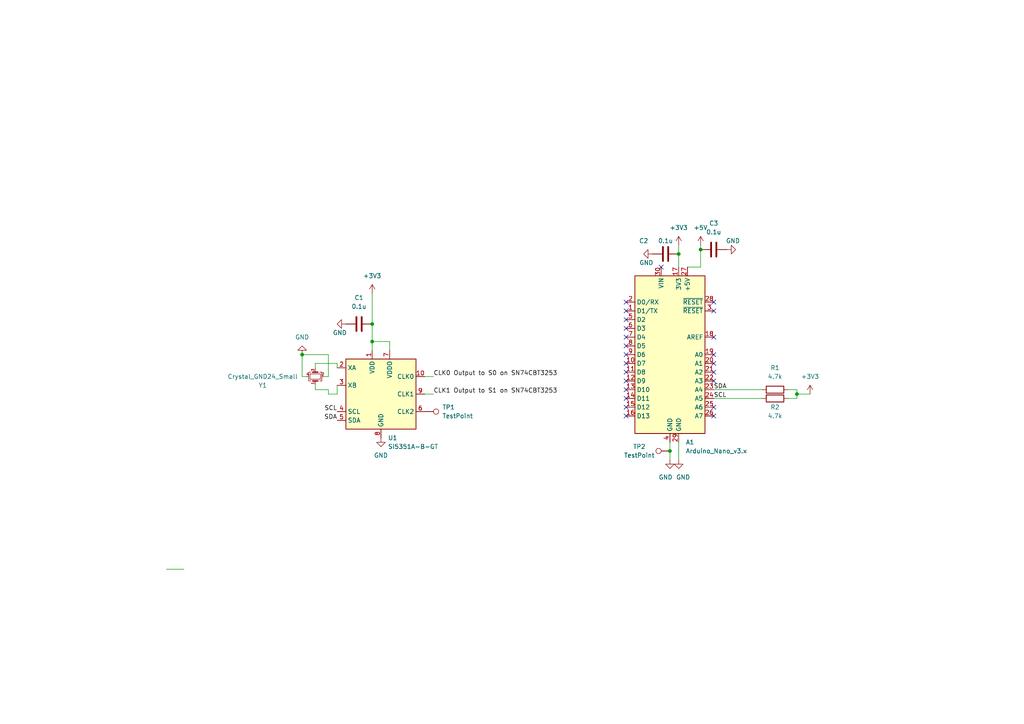
<source format=kicad_sch>
(kicad_sch (version 20211123) (generator eeschema)
  (paper "A4")
  (lib_symbols
    (symbol "Connector:TestPoint" (pin_numbers hide) (pin_names (offset 0.762) hide)
      (property "Reference" "TP" (at 0 6.858 0))
      (property "Value" "TestPoint" (at 0 5.08 0))
      (symbol "TestPoint_0_1"
        (circle (center 0 3.302) (radius 0.762))
      )
      (symbol "TestPoint_1_1"
        (pin passive line (at 0 0 90) (length 2.54) (name "1") (number "1"))
      )
    )
    (symbol "Device:C" (pin_numbers hide) (pin_names (offset 0.254))
      (property "Reference" "C" (at 0.635 2.54 0))
      (property "Value" "C" (at 0.635 -2.54 0))
      (symbol "C_0_1"
        (polyline (pts (xy -2.032 -0.762) (xy 2.032 -0.762)) (stroke (width 0.508)))
        (polyline (pts (xy -2.032 0.762) (xy 2.032 0.762)) (stroke (width 0.508)))
      )
      (symbol "C_1_1"
        (pin passive line (at 0 3.81 270) (length 2.794) (name "~") (number "1"))
        (pin passive line (at 0 -3.81 90) (length 2.794) (name "~") (number "2"))
      )
    )
    (symbol "Device:Crystal_GND24_Small" (pin_names (offset 1.016) hide)
      (property "Reference" "Y" (at 1.27 4.445 0))
      (property "Value" "Crystal_GND24_Small" (at 1.27 2.54 0))
      (symbol "Crystal_GND24_Small_0_1"
        (rectangle (start -0.762 -1.524) (end 0.762 1.524))
        (polyline (pts (xy -1.27 -0.762) (xy -1.27 0.762)) (stroke (width 0.381)))
        (polyline (pts (xy 1.27 -0.762) (xy 1.27 0.762)) (stroke (width 0.381)))
        (polyline (pts (xy -1.27 -1.27) (xy -1.27 -1.905) (xy 1.27 -1.905) (xy 1.27 -1.27)))
        (polyline (pts (xy -1.27 1.27) (xy -1.27 1.905) (xy 1.27 1.905) (xy 1.27 1.27)))
      )
      (symbol "Crystal_GND24_Small_1_1"
        (pin passive line (at -2.54 0 0) (length 1.27) (name "1") (number "1"))
        (pin passive line (at 0 -2.54 90) (length 0.635) (name "2") (number "2"))
        (pin passive line (at 2.54 0 180) (length 1.27) (name "3") (number "3"))
        (pin passive line (at 0 2.54 270) (length 0.635) (name "4") (number "4"))
      )
    )
    (symbol "Device:R" (pin_numbers hide) (pin_names (offset 0))
      (property "Reference" "R" (at 2.032 0 90))
      (property "Value" "R" (at 0 0 90))
      (symbol "R_0_1"
        (rectangle (start -1.016 -2.54) (end 1.016 2.54) (stroke (width 0.254)))
      )
      (symbol "R_1_1"
        (pin passive line (at 0 3.81 270) (length 1.27) (name "~") (number "1"))
        (pin passive line (at 0 -3.81 90) (length 1.27) (name "~") (number "2"))
      )
    )
    (symbol "MCU_Module:Arduino_Nano_v3.x"
      (property "Reference" "A" (at -10.16 23.495 0))
      (property "Value" "Arduino_Nano_v3.x" (at 5.08 -24.13 0))
      (symbol "Arduino_Nano_v3.x_0_1"
        (rectangle (start -10.16 22.86) (end 10.16 -22.86) (stroke (width 0.254)) (fill (type background)))
      )
      (symbol "Arduino_Nano_v3.x_1_1"
        (pin bidirectional line (at -12.7 12.7 0) (length 2.54) (name "D1/TX") (number "1"))
        (pin bidirectional line (at -12.7 -2.54 0) (length 2.54) (name "D7") (number "10"))
        (pin bidirectional line (at -12.7 -5.08 0) (length 2.54) (name "D8") (number "11"))
        (pin bidirectional line (at -12.7 -7.62 0) (length 2.54) (name "D9") (number "12"))
        (pin bidirectional line (at -12.7 -10.16 0) (length 2.54) (name "D10") (number "13"))
        (pin bidirectional line (at -12.7 -12.7 0) (length 2.54) (name "D11") (number "14"))
        (pin bidirectional line (at -12.7 -15.24 0) (length 2.54) (name "D12") (number "15"))
        (pin bidirectional line (at -12.7 -17.78 0) (length 2.54) (name "D13") (number "16"))
        (pin power_out line (at 2.54 25.4 270) (length 2.54) (name "3V3") (number "17"))
        (pin input line (at 12.7 5.08 180) (length 2.54) (name "AREF") (number "18"))
        (pin bidirectional line (at 12.7 0 180) (length 2.54) (name "A0") (number "19"))
        (pin bidirectional line (at -12.7 15.24 0) (length 2.54) (name "D0/RX") (number "2"))
        (pin bidirectional line (at 12.7 -2.54 180) (length 2.54) (name "A1") (number "20"))
        (pin bidirectional line (at 12.7 -5.08 180) (length 2.54) (name "A2") (number "21"))
        (pin bidirectional line (at 12.7 -7.62 180) (length 2.54) (name "A3") (number "22"))
        (pin bidirectional line (at 12.7 -10.16 180) (length 2.54) (name "A4") (number "23"))
        (pin bidirectional line (at 12.7 -12.7 180) (length 2.54) (name "A5") (number "24"))
        (pin bidirectional line (at 12.7 -15.24 180) (length 2.54) (name "A6") (number "25"))
        (pin bidirectional line (at 12.7 -17.78 180) (length 2.54) (name "A7") (number "26"))
        (pin power_out line (at 5.08 25.4 270) (length 2.54) (name "+5V") (number "27"))
        (pin input line (at 12.7 15.24 180) (length 2.54) (name "~{RESET}") (number "28"))
        (pin power_in line (at 2.54 -25.4 90) (length 2.54) (name "GND") (number "29"))
        (pin input line (at 12.7 12.7 180) (length 2.54) (name "~{RESET}") (number "3"))
        (pin power_in line (at -2.54 25.4 270) (length 2.54) (name "VIN") (number "30"))
        (pin power_in line (at 0 -25.4 90) (length 2.54) (name "GND") (number "4"))
        (pin bidirectional line (at -12.7 10.16 0) (length 2.54) (name "D2") (number "5"))
        (pin bidirectional line (at -12.7 7.62 0) (length 2.54) (name "D3") (number "6"))
        (pin bidirectional line (at -12.7 5.08 0) (length 2.54) (name "D4") (number "7"))
        (pin bidirectional line (at -12.7 2.54 0) (length 2.54) (name "D5") (number "8"))
        (pin bidirectional line (at -12.7 0 0) (length 2.54) (name "D6") (number "9"))
      )
    )
    (symbol "Oscillator:Si5351A-B-GT"
      (property "Reference" "U" (at -8.89 11.43 0))
      (property "Value" "Si5351A-B-GT" (at -12.7 -12.7 0))
      (symbol "Si5351A-B-GT_0_1"
        (rectangle (start -10.16 10.16) (end 10.16 -10.16) (stroke (width 0.254)) (fill (type background)))
      )
      (symbol "Si5351A-B-GT_1_1"
        (pin power_in line (at -2.54 12.7 270) (length 2.54) (name "VDD") (number "1"))
        (pin output line (at 12.7 5.08 180) (length 2.54) (name "CLK0") (number "10"))
        (pin input line (at -12.7 7.62 0) (length 2.54) (name "XA") (number "2"))
        (pin input line (at -12.7 2.54 0) (length 2.54) (name "XB") (number "3"))
        (pin input line (at -12.7 -5.08 0) (length 2.54) (name "SCL") (number "4"))
        (pin bidirectional line (at -12.7 -7.62 0) (length 2.54) (name "SDA") (number "5"))
        (pin output line (at 12.7 -5.08 180) (length 2.54) (name "CLK2") (number "6"))
        (pin power_in line (at 2.54 12.7 270) (length 2.54) (name "VDDO") (number "7"))
        (pin power_in line (at 0 -12.7 90) (length 2.54) (name "GND") (number "8"))
        (pin output line (at 12.7 0 180) (length 2.54) (name "CLK1") (number "9"))
      )
    )
    (symbol "power:+3.3V" (power) (pin_names (offset 0))
      (property "Value" "+3.3V" (at 0 3.556 0))
      (symbol "+3.3V_0_1"
        (polyline (pts (xy -0.762 1.27) (xy 0 2.54)))
        (polyline (pts (xy 0 0) (xy 0 2.54)))
        (polyline (pts (xy 0 2.54) (xy 0.762 1.27)))
      )
      (symbol "+3.3V_1_1"
        (pin power_in line (at 0 0 90) (length 0) hide (name "+3V3") (number "1"))
      )
    )
    (symbol "power:+5V" (power) (pin_names (offset 0))
      (property "Value" "+5V" (at 0 3.556 0))
      (symbol "+5V_0_1"
        (polyline (pts (xy -0.762 1.27) (xy 0 2.54)))
        (polyline (pts (xy 0 0) (xy 0 2.54)))
        (polyline (pts (xy 0 2.54) (xy 0.762 1.27)))
      )
      (symbol "+5V_1_1"
        (pin power_in line (at 0 0 90) (length 0) hide (name "+5V") (number "1"))
      )
    )
    (symbol "power:GND" (power) (pin_names (offset 0))
      (property "Value" "GND" (at 0 -3.81 0))
      (symbol "GND_0_1"
        (polyline (pts (xy 0 0) (xy 0 -1.27) (xy 1.27 -1.27) (xy 0 -2.54) (xy -1.27 -1.27) (xy 0 -1.27)))
      )
      (symbol "GND_1_1"
        (pin power_in line (at 0 0 270) (length 0) hide (name "GND") (number "1"))
      )
    )
  )
  (junction (at 194.31 130.81))
  (junction (at 87.63 102.87))
  (junction (at 203.2 72.39))
  (junction (at 196.85 73.66))
  (junction (at 107.95 99.06))
  (junction (at 107.95 93.98))
  (junction (at 231.14 114.3))
  (no_connect (at 207.01 90.17))
  (no_connect (at 191.77 77.47))
  (no_connect (at 181.61 97.79))
  (no_connect (at 181.61 100.33))
  (no_connect (at 207.01 120.65))
  (no_connect (at 207.01 107.95))
  (no_connect (at 181.61 110.49))
  (no_connect (at 207.01 105.41))
  (no_connect (at 181.61 105.41))
  (no_connect (at 207.01 87.63))
  (no_connect (at 181.61 107.95))
  (no_connect (at 181.61 87.63))
  (no_connect (at 207.01 97.79))
  (no_connect (at 181.61 92.71))
  (no_connect (at 181.61 95.25))
  (no_connect (at 207.01 110.49))
  (no_connect (at 207.01 118.11))
  (no_connect (at 207.01 102.87))
  (no_connect (at 181.61 102.87))
  (no_connect (at 181.61 90.17))
  (no_connect (at 181.61 115.57))
  (no_connect (at 181.61 113.03))
  (no_connect (at 181.61 118.11))
  (no_connect (at 181.61 120.65))
  (wire (pts (xy 228.6 115.57) (xy 231.14 115.57)))
  (wire (pts (xy 95.25 114.3) (xy 95.25 113.03)))
  (wire (pts (xy 91.44 105.41) (xy 91.44 106.68)))
  (wire (pts (xy 207.01 115.57) (xy 220.98 115.57)))
  (wire (pts (xy 228.6 113.03) (xy 231.14 113.03)))
  (wire (pts (xy 231.14 114.3) (xy 231.14 115.57)))
  (wire (pts (xy 207.01 113.03) (xy 220.98 113.03)))
  (wire (pts (xy 95.25 109.22) (xy 95.25 102.87)))
  (wire (pts (xy 231.14 113.03) (xy 231.14 114.3)))
  (wire (pts (xy 125.73 109.22) (xy 123.19 109.22)))
  (wire (pts (xy 196.85 133.35) (xy 196.85 128.27)))
  (wire (pts (xy 194.31 133.35) (xy 194.31 130.81)))
  (wire (pts (xy 123.19 114.3) (xy 125.73 114.3)))
  (wire (pts (xy 53.34 165.1) (xy 48.26 165.1)))
  (wire (pts (xy 107.95 99.06) (xy 113.03 99.06)))
  (wire (pts (xy 95.25 102.87) (xy 87.63 102.87)))
  (wire (pts (xy 95.25 113.03) (xy 91.44 113.03)))
  (wire (pts (xy 87.63 102.87) (xy 87.63 109.22)))
  (wire (pts (xy 97.79 105.41) (xy 97.79 106.68)))
  (wire (pts (xy 231.14 114.3) (xy 234.95 114.3)))
  (wire (pts (xy 97.79 114.3) (xy 97.79 111.76)))
  (wire (pts (xy 107.95 93.98) (xy 107.95 99.06)))
  (wire (pts (xy 113.03 99.06) (xy 113.03 101.6)))
  (wire (pts (xy 91.44 111.76) (xy 91.44 113.03)))
  (wire (pts (xy 194.31 130.81) (xy 194.31 128.27)))
  (wire (pts (xy 87.63 109.22) (xy 88.9 109.22)))
  (wire (pts (xy 91.44 105.41) (xy 97.79 105.41)))
  (wire (pts (xy 203.2 77.47) (xy 203.2 72.39)))
  (wire (pts (xy 196.85 73.66) (xy 196.85 77.47)))
  (wire (pts (xy 107.95 85.09) (xy 107.95 93.98)))
  (wire (pts (xy 107.95 99.06) (xy 107.95 101.6)))
  (wire (pts (xy 95.25 114.3) (xy 97.79 114.3)))
  (wire (pts (xy 93.98 109.22) (xy 95.25 109.22)))
  (wire (pts (xy 199.39 77.47) (xy 203.2 77.47)))
  (wire (pts (xy 203.2 72.39) (xy 203.2 71.12)))
  (wire (pts (xy 196.85 71.12) (xy 196.85 73.66)))
  (label "CLK0 Output to S0 on SN74CBT3253" (at 125.73 109.22 0))
  (label "SCL" (at 207.01 115.57 0))
  (label "SDA" (at 207.01 113.03 0))
  (label "SCL" (at 97.79 119.38 180))
  (label "CLK1 Output to S1 on SN74CBT3253" (at 125.73 114.3 0))
  (label "SDA" (at 97.79 121.92 180))
  (symbol (lib_id "Connector:TestPoint") (at 194.31 130.81 90) (unit 1)
    (property "Reference" "TP2" (at 185.42 129.54 90))
    (property "Value" "TestPoint" (at 185.42 132.08 90))
    (property "Footprint" "TestPoint:TestPoint_THTPad_2.0x2.0mm_Drill1.0mm" (effects hide))
  )
  (symbol (lib_id "power:+3.3V") (at 234.95 114.3 0) (unit 1)
    (property "Reference" "#PWR011" (effects hide))
    (property "Value" "+3.3V" (at 234.95 109.22 0))
  )
  (symbol (lib_id "power:GND") (at 110.49 127 0) (unit 1)
    (property "Reference" "#PWR04" (effects hide))
    (property "Value" "GND" (at 110.49 132.08 0))
  )
  (symbol (lib_id "power:GND") (at 100.33 93.98 270) (unit 1)
    (property "Reference" "#PWR02" (effects hide))
    (property "Value" "GND" (at 96.52 96.52 90) (effects (justify left)))
  )
  (symbol (lib_id "Device:C") (at 207.01 72.39 270) (unit 1)
    (property "Reference" "C3" (at 207.01 64.77 90))
    (property "Value" "0.1u" (at 207.01 67.31 90))
    (property "Footprint" "Capacitor_SMD:C_0805_2012Metric" (effects hide))
    (property "Datasheet" "https://www.cde.com/resources/catalogs/FCA.pdf" (effects hide))
  )
  (symbol (lib_id "MCU_Module:Arduino_Nano_v3.x") (at 194.31 102.87 0) (unit 1)
    (property "Reference" "A1" (at 198.8694 128.27 0) (effects (justify left)))
    (property "Value" "Arduino_Nano_v3.x" (at 198.8694 130.81 0) (effects (justify left)))
    (property "Footprint" "Module:Arduino_Nano" (effects hide))
    (property "Datasheet" "http://www.mouser.com/pdfdocs/Gravitech_Arduino_Nano3_0.pdf" (effects hide))
  )
  (symbol (lib_id "Device:C") (at 193.04 73.66 90) (unit 1)
    (property "Reference" "C2" (at 186.69 69.85 90))
    (property "Value" "0.1u" (at 193.04 69.85 90))
    (property "Footprint" "Capacitor_SMD:C_0805_2012Metric" (effects hide))
    (property "Datasheet" "https://www.cde.com/resources/catalogs/FCA.pdf" (effects hide))
  )
  (symbol (lib_id "Connector:TestPoint") (at 123.19 119.38 270) (unit 1)
    (property "Reference" "TP1" (at 128.27 118.1099 90) (effects (justify left)))
    (property "Value" "TestPoint" (at 128.27 120.6499 90) (effects (justify left)))
    (property "Footprint" "TestPoint:TestPoint_THTPad_2.0x2.0mm_Drill1.0mm" (effects hide))
  )
  (symbol (lib_id "power:GND") (at 189.23 73.66 270) (unit 1)
    (property "Reference" "#PWR05" (effects hide))
    (property "Value" "GND" (at 185.42 76.2 90) (effects (justify left)))
  )
  (symbol (lib_id "Oscillator:Si5351A-B-GT") (at 110.49 114.3 0) (unit 1)
    (property "Reference" "U1" (at 112.5094 127 0) (effects (justify left)))
    (property "Value" "Si5351A-B-GT" (at 112.5094 129.54 0) (effects (justify left)))
    (property "Footprint" "Package_SO:MSOP-10_3x3mm_P0.5mm" (effects hide))
    (property "Datasheet" "https://www.silabs.com/documents/public/data-sheets/Si5351-B.pdf" (effects hide))
  )
  (symbol (lib_id "power:+5V") (at 203.2 71.12 0) (unit 1)
    (property "Reference" "#PWR09" (effects hide))
    (property "Value" "+5V" (at 203.2 66.04 0))
  )
  (symbol (lib_id "power:GND") (at 87.63 102.87 180) (unit 1)
    (property "Reference" "#PWR01" (effects hide))
    (property "Value" "GND" (at 87.63 97.79 0))
  )
  (symbol (lib_id "power:GND") (at 194.31 133.35 0) (unit 1)
    (property "Reference" "#PWR06" (effects hide))
    (property "Value" "GND" (at 193.04 138.43 0))
  )
  (symbol (lib_id "power:GND") (at 196.85 133.35 0) (unit 1)
    (property "Reference" "#PWR08" (effects hide))
    (property "Value" "GND" (at 198.12 138.43 0))
  )
  (symbol (lib_id "Device:Crystal_GND24_Small") (at 91.44 109.22 90) (unit 1)
    (property "Reference" "Y1" (at 76.2 111.76 90))
    (property "Value" "Crystal_GND24_Small" (at 76.2 109.22 90))
    (property "Footprint" "Crystal:Crystal_SMD_3225-4Pin_3.2x2.5mm" (effects hide))
    (property "Datasheet" "https://media.digikey.com/pdf/Data%20Sheets/AVX%20PDFs/CX3225SB_UKY1C-H1-16355-00_Spec.pdf" (effects hide))
  )
  (symbol (lib_id "Device:R") (at 224.79 115.57 270) (unit 1)
    (property "Reference" "R2" (at 224.79 118.11 90))
    (property "Value" "4.7k" (at 224.79 120.65 90))
    (property "Footprint" "Resistor_SMD:R_0805_2012Metric" (effects hide))
    (property "Datasheet" "https://www.te.com/commerce/DocumentDelivery/DDEController?Action=srchrtrv&DocNm=1773204-3&DocType=DS&DocLang=English" (effects hide))
  )
  (symbol (lib_id "power:+3.3V") (at 107.95 85.09 0) (unit 1)
    (property "Reference" "#PWR03" (effects hide))
    (property "Value" "+3.3V" (at 107.95 80.01 0))
  )
  (symbol (lib_id "power:GND") (at 210.82 72.39 90) (unit 1)
    (property "Reference" "#PWR010" (effects hide))
    (property "Value" "GND" (at 214.63 69.85 90) (effects (justify left)))
  )
  (symbol (lib_id "Device:C") (at 104.14 93.98 90) (unit 1)
    (property "Reference" "C1" (at 104.14 86.36 90))
    (property "Value" "0.1u" (at 104.14 88.9 90))
    (property "Footprint" "Capacitor_SMD:C_0805_2012Metric" (effects hide))
    (property "Datasheet" "https://www.cde.com/resources/catalogs/FCA.pdf" (effects hide))
  )
  (symbol (lib_id "power:+3.3V") (at 196.85 71.12 0) (unit 1)
    (property "Reference" "#PWR07" (effects hide))
    (property "Value" "+3.3V" (at 196.85 66.04 0))
  )
  (symbol (lib_id "Device:R") (at 224.79 113.03 90) (unit 1)
    (property "Reference" "R1" (at 224.79 106.68 90))
    (property "Value" "4.7k" (at 224.79 109.22 90))
    (property "Footprint" "Resistor_SMD:R_0805_2012Metric" (effects hide))
    (property "Datasheet" "https://www.te.com/commerce/DocumentDelivery/DDEController?Action=srchrtrv&DocNm=1773204-3&DocType=DS&DocLang=English" (effects hide))
  )
)
</source>
